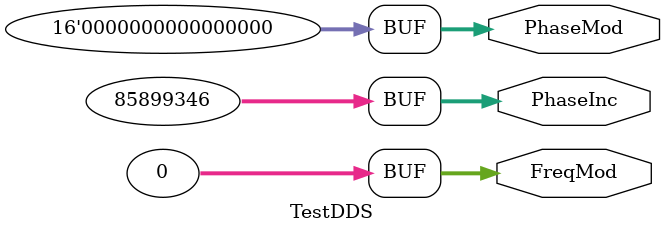
<source format=v>
`timescale 1ns/1ps

module TestDDS
(
    PhaseInc, PhaseMod, FreqMod
);
    //Parameters
	 parameter Freq100KHz = 42949673;  //100 KHz FreWord
	 parameter Freq200KHz = 85899346;  //200 KHz FreWord
	 parameter Freq500KHz = 214748365; //500 KHz FreWord
	 parameter Freq1MKHz = 429496730; //1 MHz FreWord
	 
	 parameter FrMod = 32'd0;   //Frequency increasement
	 parameter PhMod = 16'd0;   //Phase increasement
	 
	 //Define
	 
	 
	 //Interface
    output [31:0] PhaseInc;        //Frequency Ctrl Word
	 output [31:0] FreqMod;         //Frequency Modification
    output [15:0] PhaseMod;        //Phase Modification
    
	 assign PhaseInc = Freq200KHz;
	 assign FreqMod = FrMod;
	 assign PhaseMod = PhMod;
	 
endmodule
	 
</source>
